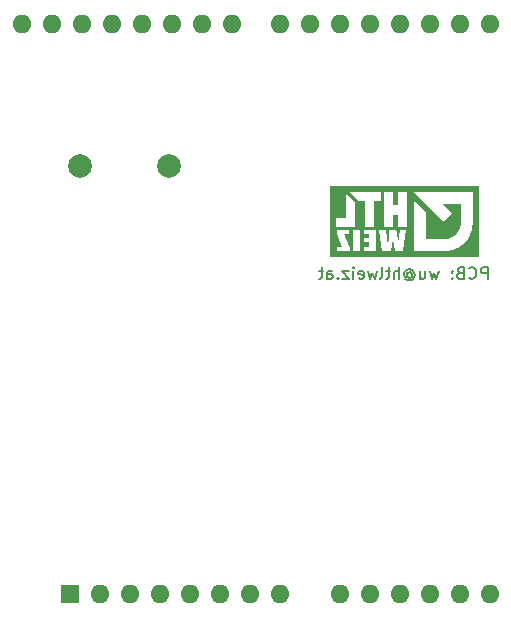
<source format=gbr>
%TF.GenerationSoftware,KiCad,Pcbnew,(6.0.9)*%
%TF.CreationDate,2022-11-30T17:50:51+01:00*%
%TF.ProjectId,car-shield,6361722d-7368-4696-956c-642e6b696361,rev0*%
%TF.SameCoordinates,Original*%
%TF.FileFunction,Soldermask,Bot*%
%TF.FilePolarity,Negative*%
%FSLAX46Y46*%
G04 Gerber Fmt 4.6, Leading zero omitted, Abs format (unit mm)*
G04 Created by KiCad (PCBNEW (6.0.9)) date 2022-11-30 17:50:51*
%MOMM*%
%LPD*%
G01*
G04 APERTURE LIST*
%ADD10C,0.150000*%
%ADD11C,2.000000*%
%ADD12R,1.600000X1.600000*%
%ADD13O,1.600000X1.600000*%
G04 APERTURE END LIST*
D10*
X162392428Y-95245180D02*
X162392428Y-94245180D01*
X162011476Y-94245180D01*
X161916238Y-94292800D01*
X161868619Y-94340419D01*
X161821000Y-94435657D01*
X161821000Y-94578514D01*
X161868619Y-94673752D01*
X161916238Y-94721371D01*
X162011476Y-94768990D01*
X162392428Y-94768990D01*
X160821000Y-95149942D02*
X160868619Y-95197561D01*
X161011476Y-95245180D01*
X161106714Y-95245180D01*
X161249571Y-95197561D01*
X161344809Y-95102323D01*
X161392428Y-95007085D01*
X161440047Y-94816609D01*
X161440047Y-94673752D01*
X161392428Y-94483276D01*
X161344809Y-94388038D01*
X161249571Y-94292800D01*
X161106714Y-94245180D01*
X161011476Y-94245180D01*
X160868619Y-94292800D01*
X160821000Y-94340419D01*
X160059095Y-94721371D02*
X159916238Y-94768990D01*
X159868619Y-94816609D01*
X159821000Y-94911847D01*
X159821000Y-95054704D01*
X159868619Y-95149942D01*
X159916238Y-95197561D01*
X160011476Y-95245180D01*
X160392428Y-95245180D01*
X160392428Y-94245180D01*
X160059095Y-94245180D01*
X159963857Y-94292800D01*
X159916238Y-94340419D01*
X159868619Y-94435657D01*
X159868619Y-94530895D01*
X159916238Y-94626133D01*
X159963857Y-94673752D01*
X160059095Y-94721371D01*
X160392428Y-94721371D01*
X159392428Y-95149942D02*
X159344809Y-95197561D01*
X159392428Y-95245180D01*
X159440047Y-95197561D01*
X159392428Y-95149942D01*
X159392428Y-95245180D01*
X159392428Y-94626133D02*
X159344809Y-94673752D01*
X159392428Y-94721371D01*
X159440047Y-94673752D01*
X159392428Y-94626133D01*
X159392428Y-94721371D01*
X158249571Y-94578514D02*
X158059095Y-95245180D01*
X157868619Y-94768990D01*
X157678142Y-95245180D01*
X157487666Y-94578514D01*
X156678142Y-94578514D02*
X156678142Y-95245180D01*
X157106714Y-94578514D02*
X157106714Y-95102323D01*
X157059095Y-95197561D01*
X156963857Y-95245180D01*
X156821000Y-95245180D01*
X156725761Y-95197561D01*
X156678142Y-95149942D01*
X155582904Y-94768990D02*
X155630523Y-94721371D01*
X155725761Y-94673752D01*
X155821000Y-94673752D01*
X155916238Y-94721371D01*
X155963857Y-94768990D01*
X156011476Y-94864228D01*
X156011476Y-94959466D01*
X155963857Y-95054704D01*
X155916238Y-95102323D01*
X155821000Y-95149942D01*
X155725761Y-95149942D01*
X155630523Y-95102323D01*
X155582904Y-95054704D01*
X155582904Y-94673752D02*
X155582904Y-95054704D01*
X155535285Y-95102323D01*
X155487666Y-95102323D01*
X155392428Y-95054704D01*
X155344809Y-94959466D01*
X155344809Y-94721371D01*
X155440047Y-94578514D01*
X155582904Y-94483276D01*
X155773380Y-94435657D01*
X155963857Y-94483276D01*
X156106714Y-94578514D01*
X156201952Y-94721371D01*
X156249571Y-94911847D01*
X156201952Y-95102323D01*
X156106714Y-95245180D01*
X155963857Y-95340419D01*
X155773380Y-95388038D01*
X155582904Y-95340419D01*
X155440047Y-95245180D01*
X154916238Y-95245180D02*
X154916238Y-94245180D01*
X154487666Y-95245180D02*
X154487666Y-94721371D01*
X154535285Y-94626133D01*
X154630523Y-94578514D01*
X154773380Y-94578514D01*
X154868619Y-94626133D01*
X154916238Y-94673752D01*
X154154333Y-94578514D02*
X153773380Y-94578514D01*
X154011476Y-94245180D02*
X154011476Y-95102323D01*
X153963857Y-95197561D01*
X153868619Y-95245180D01*
X153773380Y-95245180D01*
X153297190Y-95245180D02*
X153392428Y-95197561D01*
X153440047Y-95102323D01*
X153440047Y-94245180D01*
X153011476Y-94578514D02*
X152821000Y-95245180D01*
X152630523Y-94768990D01*
X152440047Y-95245180D01*
X152249571Y-94578514D01*
X151487666Y-95197561D02*
X151582904Y-95245180D01*
X151773380Y-95245180D01*
X151868619Y-95197561D01*
X151916238Y-95102323D01*
X151916238Y-94721371D01*
X151868619Y-94626133D01*
X151773380Y-94578514D01*
X151582904Y-94578514D01*
X151487666Y-94626133D01*
X151440047Y-94721371D01*
X151440047Y-94816609D01*
X151916238Y-94911847D01*
X151011476Y-95245180D02*
X151011476Y-94578514D01*
X151011476Y-94245180D02*
X151059095Y-94292800D01*
X151011476Y-94340419D01*
X150963857Y-94292800D01*
X151011476Y-94245180D01*
X151011476Y-94340419D01*
X150630523Y-94578514D02*
X150106714Y-94578514D01*
X150630523Y-95245180D01*
X150106714Y-95245180D01*
X149725761Y-95149942D02*
X149678142Y-95197561D01*
X149725761Y-95245180D01*
X149773380Y-95197561D01*
X149725761Y-95149942D01*
X149725761Y-95245180D01*
X148821000Y-95245180D02*
X148821000Y-94721371D01*
X148868619Y-94626133D01*
X148963857Y-94578514D01*
X149154333Y-94578514D01*
X149249571Y-94626133D01*
X148821000Y-95197561D02*
X148916238Y-95245180D01*
X149154333Y-95245180D01*
X149249571Y-95197561D01*
X149297190Y-95102323D01*
X149297190Y-95007085D01*
X149249571Y-94911847D01*
X149154333Y-94864228D01*
X148916238Y-94864228D01*
X148821000Y-94816609D01*
X148487666Y-94578514D02*
X148106714Y-94578514D01*
X148344809Y-94245180D02*
X148344809Y-95102323D01*
X148297190Y-95197561D01*
X148201952Y-95245180D01*
X148106714Y-95245180D01*
%TO.C,REF\u002A\u002A*%
G36*
X149020026Y-93396675D02*
G01*
X149020026Y-92896460D01*
X156131194Y-92896460D01*
X158723799Y-92896460D01*
X158847406Y-92893343D01*
X158969381Y-92884091D01*
X159089572Y-92868856D01*
X159207831Y-92847786D01*
X159324007Y-92821031D01*
X159437950Y-92788742D01*
X159549511Y-92751068D01*
X159658540Y-92708160D01*
X159764886Y-92660166D01*
X159868400Y-92607238D01*
X159968932Y-92549524D01*
X160066331Y-92487175D01*
X160160449Y-92420341D01*
X160251135Y-92349171D01*
X160338239Y-92273816D01*
X160421611Y-92194425D01*
X160501102Y-92111148D01*
X160576561Y-92024136D01*
X160647838Y-91933537D01*
X160714784Y-91839503D01*
X160777249Y-91742182D01*
X160835082Y-91641725D01*
X160888135Y-91538282D01*
X160936256Y-91432002D01*
X160979296Y-91323036D01*
X161017105Y-91211533D01*
X161049533Y-91097643D01*
X161076431Y-90981516D01*
X161097648Y-90863303D01*
X161113034Y-90743152D01*
X161122440Y-90621214D01*
X161125716Y-90497639D01*
X161125746Y-87901934D01*
X156131216Y-87901934D01*
X157146139Y-88915308D01*
X158632353Y-90399971D01*
X159337736Y-89695622D01*
X158566206Y-88916857D01*
X158569304Y-88914257D01*
X160117010Y-88914257D01*
X160117010Y-90494522D01*
X160115203Y-90566181D01*
X160109837Y-90636893D01*
X160101001Y-90706572D01*
X160088782Y-90775132D01*
X160073265Y-90842484D01*
X160054539Y-90908542D01*
X160032690Y-90973218D01*
X160007805Y-91036426D01*
X159979971Y-91098078D01*
X159949275Y-91158086D01*
X159915805Y-91216365D01*
X159879646Y-91272826D01*
X159840886Y-91327382D01*
X159799612Y-91379947D01*
X159755910Y-91430433D01*
X159709869Y-91478754D01*
X159661574Y-91524820D01*
X159611113Y-91568547D01*
X159558572Y-91609846D01*
X159504039Y-91648630D01*
X159447600Y-91684813D01*
X159389343Y-91718306D01*
X159329354Y-91749024D01*
X159267721Y-91776877D01*
X159204530Y-91801781D01*
X159139868Y-91823647D01*
X159073823Y-91842388D01*
X159006481Y-91857917D01*
X158937928Y-91870147D01*
X158868253Y-91878990D01*
X158797542Y-91884360D01*
X158725882Y-91886170D01*
X157147169Y-91886170D01*
X157147169Y-89590702D01*
X156133795Y-88576811D01*
X156131194Y-88579411D01*
X156131194Y-92896460D01*
X149020026Y-92896460D01*
X149020026Y-92890774D01*
X149606551Y-92890774D01*
X152947432Y-92890774D01*
X152947432Y-91077449D01*
X153215628Y-91077449D01*
X153473494Y-92890774D01*
X153473494Y-92890775D01*
X154194899Y-92890775D01*
X154219339Y-92784515D01*
X154243059Y-92674652D01*
X154266055Y-92561189D01*
X154288326Y-92444127D01*
X154309867Y-92323469D01*
X154330676Y-92199215D01*
X154350749Y-92071368D01*
X154370085Y-91939929D01*
X154393126Y-92085055D01*
X154427678Y-92291914D01*
X154531317Y-92890775D01*
X155248587Y-92890775D01*
X155507483Y-91077448D01*
X154945761Y-91077448D01*
X154884779Y-91709968D01*
X154825873Y-92321817D01*
X154816371Y-92198518D01*
X154803894Y-92065996D01*
X154788436Y-91924257D01*
X154769989Y-91773303D01*
X154748548Y-91613141D01*
X154724105Y-91443775D01*
X154696655Y-91265209D01*
X154666190Y-91077448D01*
X154065710Y-91077448D01*
X154057279Y-91144699D01*
X154043976Y-91266900D01*
X154025778Y-91443979D01*
X154002661Y-91675861D01*
X153938582Y-92365743D01*
X153925275Y-92201593D01*
X153910016Y-92038309D01*
X153892803Y-91875905D01*
X153873633Y-91714389D01*
X153852505Y-91553775D01*
X153829416Y-91394073D01*
X153804365Y-91235294D01*
X153777350Y-91077449D01*
X153215628Y-91077449D01*
X152947432Y-91077449D01*
X152947432Y-91077448D01*
X151919073Y-91077448D01*
X151919073Y-91440217D01*
X152369177Y-91440217D01*
X152369177Y-91784382D01*
X151919073Y-91784382D01*
X151919073Y-92129064D01*
X152369177Y-92129064D01*
X152369177Y-92528006D01*
X151919073Y-92528006D01*
X151919073Y-92890774D01*
X151574904Y-92890774D01*
X151574904Y-91077448D01*
X150996642Y-91077448D01*
X150996642Y-92890774D01*
X150732062Y-92890774D01*
X150732062Y-92627741D01*
X150227698Y-91440217D01*
X150685034Y-91440217D01*
X150685034Y-91077448D01*
X149606551Y-91077448D01*
X149606551Y-91440217D01*
X150099028Y-92528006D01*
X149606551Y-92528006D01*
X149606551Y-92890774D01*
X149020026Y-92890774D01*
X149020026Y-90854206D01*
X149519736Y-90854206D01*
X151159430Y-90854206D01*
X151159430Y-88710152D01*
X150397200Y-87947924D01*
X150397200Y-90130736D01*
X149519736Y-90130736D01*
X149519736Y-90854206D01*
X149020026Y-90854206D01*
X149020026Y-87896235D01*
X150686079Y-87896235D01*
X151494299Y-88692568D01*
X151991942Y-88692568D01*
X151991942Y-90854193D01*
X152754172Y-90854193D01*
X153619231Y-90854193D01*
X154381461Y-90854193D01*
X154381461Y-89807228D01*
X154808821Y-89807228D01*
X154808821Y-90854193D01*
X155574149Y-90854193D01*
X155574149Y-87896235D01*
X154808821Y-87896235D01*
X154808821Y-88975756D01*
X154381461Y-88975756D01*
X154381461Y-87896235D01*
X153619231Y-87896235D01*
X153619231Y-90854193D01*
X152754172Y-90854193D01*
X152754172Y-88692568D01*
X153371191Y-88692568D01*
X153371184Y-87896235D01*
X150686079Y-87896235D01*
X149020026Y-87896235D01*
X149020026Y-87396525D01*
X161625975Y-87396525D01*
X161625975Y-93396675D01*
X149020026Y-93396675D01*
G37*
%TD*%
D11*
%TO.C,BZ1*%
X135447000Y-85708000D03*
X127847000Y-85708000D03*
%TD*%
D12*
%TO.C,A1*%
X127000000Y-121920000D03*
D13*
X129540000Y-121920000D03*
X132080000Y-121920000D03*
X134620000Y-121920000D03*
X137160000Y-121920000D03*
X139700000Y-121920000D03*
X142240000Y-121920000D03*
X144780000Y-121920000D03*
X149860000Y-121920000D03*
X152400000Y-121920000D03*
X154940000Y-121920000D03*
X157480000Y-121920000D03*
X160020000Y-121920000D03*
X162560000Y-121920000D03*
X162560000Y-73660000D03*
X160020000Y-73660000D03*
X157480000Y-73660000D03*
X154940000Y-73660000D03*
X152400000Y-73660000D03*
X149860000Y-73660000D03*
X147320000Y-73660000D03*
X144780000Y-73660000D03*
X140720000Y-73660000D03*
X138180000Y-73660000D03*
X135640000Y-73660000D03*
X133100000Y-73660000D03*
X130560000Y-73660000D03*
X128020000Y-73660000D03*
X125480000Y-73660000D03*
X122940000Y-73660000D03*
%TD*%
M02*

</source>
